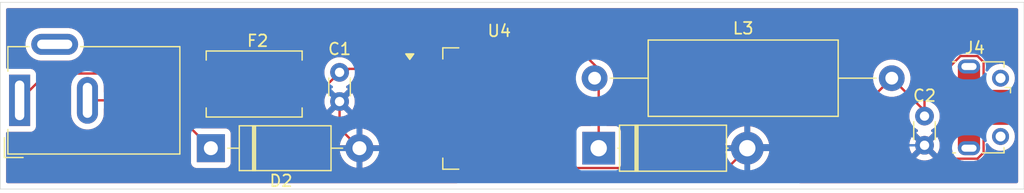
<source format=kicad_pcb>
(kicad_pcb (version 20241229) (generator "pcbnew") (generator_version "9.0")
  (layers (0 "F.Cu" signal) (2 "B.Cu" signal) (13 "F.Paste" user) (15 "B.Paste" user) (5 "F.SilkS" user "F.Silkscreen") (7 "B.SilkS" user "B.Silkscreen") (1 "F.Mask" user) (3 "B.Mask" user) (25 "Edge.Cuts" user))
  (net 0 "")
  (net 1 "GND")
  (net 2 "+12V")
  (net 3 "+5V")
  (net 4 "Net-(D2-K)")
  (net 5 "Net-(F2-Pad2)")
  (net 6 "Net-(IN5826-K)")
  (footprint "Capacitor_THT:C_Disc_D3.0mm_W1.6mm_P2.50mm" (layer "F.Cu") (at 101.5 90.7 -90)
    (property "Reference" "C1" (at -2 0 180) (layer "F.SilkS"))
    (property "Value" "680uf" (hide yes))
    (fp_line (start 0.485 0.92) (end 2.015 0.92) (stroke (width 0.12)) (layer "F.SilkS"))
    (fp_line (start 0.485 -0.92) (end 2.015 -0.92) (stroke (width 0.12)) (layer "F.SilkS"))
    (pad "1" thru_hole circle (at 0 0 270) (size 1.6 1.6) (drill 0.8) (layers "*.Cu" "*.Mask") (net 2 "+12V"))
    (pad "2" thru_hole circle (at 2.5 0 270) (size 1.6 1.6) (drill 0.8) (layers "*.Cu" "*.Mask") (net 1 "GND"))
  )
  (footprint "Package_TO_SOT_SMD:TO-263-5_TabPin3" (layer "F.Cu") (at 115.15 93.8)
    (property "Reference" "U4" (at 0 -6.65 0) (layer "F.SilkS"))
    (property "Value" "LM2596S-5" (hide yes))
    (fp_line (start -4.825 -5.2) (end -4.825 -4.25) (stroke (width 0.12)) (layer "F.SilkS"))
    (fp_line (start -4.825 5.2) (end -4.825 4.25) (stroke (width 0.12)) (layer "F.SilkS"))
    (fp_line (start -3.46 -5.2) (end -4.825 -5.2) (stroke (width 0.12)) (layer "F.SilkS"))
    (fp_line (start -3.46 5.2) (end -4.825 5.2) (stroke (width 0.12)) (layer "F.SilkS"))
    (fp_poly (pts (xy -7.65 -4.21) (xy -7.99 -4.68) (xy -7.31 -4.68)) (stroke (width 0.12)) (fill yes) (layer "F.SilkS"))
    (pad "1" smd roundrect (at -7.65 -3.4) (size 4.6 1.1) (layers "F.Cu" "F.Mask" "F.Paste") (roundrect_rratio 0.227273) (net 2 "+12V"))
    (pad "2" smd roundrect (at -7.65 -1.7) (size 4.6 1.1) (layers "F.Cu" "F.Mask" "F.Paste") (roundrect_rratio 0.227273) (net 6 "Net-(IN5826-K)"))
    (pad "3" smd roundrect (at -7.65 0) (size 4.6 1.1) (layers "F.Cu" "F.Mask" "F.Paste") (roundrect_rratio 0.227273) (net 1 "GND"))
    (pad "3" smd roundrect (at 1.5 0) (size 9.4 10.8) (layers "F.Cu" "F.Mask") (roundrect_rratio 0.026596) (net 1 "GND"))
    (pad "4" smd roundrect (at -7.65 1.7) (size 4.6 1.1) (layers "F.Cu" "F.Mask" "F.Paste") (roundrect_rratio 0.227273) (net 3 "+5V"))
    (pad "5" smd roundrect (at -7.65 3.4) (size 4.6 1.1) (layers "F.Cu" "F.Mask" "F.Paste") (roundrect_rratio 0.227273) (net 1 "GND"))
  )
  (footprint "Diode_THT:D_DO-15_P12.70mm_Horizontal" (layer "F.Cu") (at 90.5 97.2)
    (property "Reference" "D2" (at 6 2.8 0) (layer "F.SilkS"))
    (property "Value" "D_Schottky" (hide yes))
    (fp_line (start 1.44 0) (end 2.43 0) (stroke (width 0.12)) (layer "F.SilkS"))
    (fp_line (start 2.43 -1.92) (end 2.43 1.92) (stroke (width 0.12)) (layer "F.SilkS"))
    (fp_line (start 2.43 1.92) (end 10.27 1.92) (stroke (width 0.12)) (layer "F.SilkS"))
    (fp_line (start 3.57 -1.92) (end 3.57 1.92) (stroke (width 0.12)) (layer "F.SilkS"))
    (fp_line (start 3.69 -1.92) (end 3.69 1.92) (stroke (width 0.12)) (layer "F.SilkS"))
    (fp_line (start 3.81 -1.92) (end 3.81 1.92) (stroke (width 0.12)) (layer "F.SilkS"))
    (fp_line (start 10.27 -1.92) (end 2.43 -1.92) (stroke (width 0.12)) (layer "F.SilkS"))
    (fp_line (start 10.27 1.92) (end 10.27 -1.92) (stroke (width 0.12)) (layer "F.SilkS"))
    (fp_line (start 11.26 0) (end 10.27 0) (stroke (width 0.12)) (layer "F.SilkS"))
    (pad "1" thru_hole rect (at 0 0) (size 2.4 2.4) (drill 1.2) (layers "*.Cu" "*.Mask") (net 4 "Net-(D2-K)"))
    (pad "2" thru_hole oval (at 12.7 0) (size 2.4 2.4) (drill 1.2) (layers "*.Cu" "*.Mask") (net 1 "GND"))
  )
  (footprint "Connector_BarrelJack:BarrelJack_Wuerth_6941xx301002" (layer "F.Cu") (at 74.15 93.1 90)
    (property "Reference" "J3" (hide yes))
    (property "Value" "Barrel_Jack" (hide yes))
    (fp_line (start -3.2 -1.3) (end -4.9 -1.3) (stroke (width 0.12)) (layer "F.SilkS"))
    (fp_line (start -4.9 -1.3) (end -4.9 0.3) (stroke (width 0.12)) (layer "F.SilkS"))
    (fp_line (start 4.6 -1) (end 4.6 0.8) (stroke (width 0.12)) (layer "F.SilkS"))
    (fp_line (start 2.5 -1) (end 4.6 -1) (stroke (width 0.12)) (layer "F.SilkS"))
    (fp_line (start -4.6 -1) (end -2.5 -1) (stroke (width 0.12)) (layer "F.SilkS"))
    (fp_line (start 4.6 5.2) (end 4.6 13.7) (stroke (width 0.12)) (layer "F.SilkS"))
    (fp_line (start 4.6 13.7) (end -4.6 13.7) (stroke (width 0.12)) (layer "F.SilkS"))
    (fp_line (start -4.6 13.7) (end -4.6 -1) (stroke (width 0.12)) (layer "F.SilkS"))
    (pad "1" thru_hole rect (at 0 0 90) (size 4.4 1.8) (drill oval 3.4 0.8) (layers "*.Cu" "*.Mask") (net 5 "Net-(F2-Pad2)"))
    (pad "2" thru_hole oval (at 0 5.8 90) (size 4 1.8) (drill oval 3 0.8) (layers "*.Cu" "*.Mask") (net 4 "Net-(D2-K)"))
    (pad "3" thru_hole oval (at 4.8 3 180) (size 4 1.8) (drill oval 3 0.8) (layers "*.Cu" "*.Mask"))
  )
  (footprint "Fuse:Fuse_Bourns_MF-SM_7.98x5.44mm" (layer "F.Cu") (at 94.2 91.7 180)
    (property "Reference" "F2" (at -0.3 3.7 0) (layer "F.SilkS"))
    (property "Value" "Fuse" (hide yes))
    (fp_line (start 4.1 2.83) (end 4.1 2.05) (stroke (width 0.12)) (layer "F.SilkS"))
    (fp_line (start 4.1 -2.83) (end 4.1 -2.05) (stroke (width 0.12)) (layer "F.SilkS"))
    (fp_line (start -4.1 2.83) (end 4.1 2.83) (stroke (width 0.12)) (layer "F.SilkS"))
    (fp_line (start -4.1 2.83) (end -4.1 2.05) (stroke (width 0.12)) (layer "F.SilkS"))
    (fp_line (start -4.1 -2.83) (end 4.1 -2.83) (stroke (width 0.12)) (layer "F.SilkS"))
    (fp_line (start -4.1 -2.83) (end -4.1 -2.05) (stroke (width 0.12)) (layer "F.SilkS"))
    (pad "1" smd rect (at -3.7 0 180) (size 2.3 3.1) (layers "F.Cu" "F.Mask" "F.Paste") (net 2 "+12V"))
    (pad "2" smd rect (at 3.7 0 180) (size 2.3 3.1) (layers "F.Cu" "F.Mask" "F.Paste") (net 5 "Net-(F2-Pad2)"))
  )
  (footprint "Capacitor_THT:C_Disc_D3.0mm_W1.6mm_P2.50mm" (layer "F.Cu") (at 151.5 94.45 -90)
    (property "Reference" "C2" (at -1.75 0 180) (layer "F.SilkS"))
    (property "Value" "220uf" (hide yes))
    (fp_line (start 0.485 0.92) (end 2.015 0.92) (stroke (width 0.12)) (layer "F.SilkS"))
    (fp_line (start 0.485 -0.92) (end 2.015 -0.92) (stroke (width 0.12)) (layer "F.SilkS"))
    (pad "1" thru_hole circle (at 0 0 270) (size 1.6 1.6) (drill 0.8) (layers "*.Cu" "*.Mask") (net 3 "+5V"))
    (pad "2" thru_hole circle (at 2.5 0 270) (size 1.6 1.6) (drill 0.8) (layers "*.Cu" "*.Mask") (net 1 "GND"))
  )
  (footprint "Diode_THT:D_5W_P12.70mm_Horizontal" (layer "F.Cu") (at 123.65 97.2)
    (property "Reference" "IN5826" (hide yes))
    (property "Value" "D1")
    (fp_line (start 1.64 0) (end 1.78 0) (stroke (width 0.12)) (layer "F.SilkS"))
    (fp_line (start 1.78 -1.97) (end 1.78 1.97) (stroke (width 0.12)) (layer "F.SilkS"))
    (fp_line (start 1.78 1.97) (end 10.92 1.97) (stroke (width 0.12)) (layer "F.SilkS"))
    (fp_line (start 3.115 -1.97) (end 3.115 1.97) (stroke (width 0.12)) (layer "F.SilkS"))
    (fp_line (start 3.235 -1.97) (end 3.235 1.97) (stroke (width 0.12)) (layer "F.SilkS"))
    (fp_line (start 3.355 -1.97) (end 3.355 1.97) (stroke (width 0.12)) (layer "F.SilkS"))
    (fp_line (start 10.92 -1.97) (end 1.78 -1.97) (stroke (width 0.12)) (layer "F.SilkS"))
    (fp_line (start 10.92 1.97) (end 10.92 -1.97) (stroke (width 0.12)) (layer "F.SilkS"))
    (fp_line (start 11.06 0) (end 10.92 0) (stroke (width 0.12)) (layer "F.SilkS"))
    (pad "1" thru_hole rect (at 0 0) (size 2.8 2.8) (drill 1.4) (layers "*.Cu" "*.Mask") (net 6 "Net-(IN5826-K)"))
    (pad "2" thru_hole oval (at 12.7 0) (size 2.8 2.8) (drill 1.4) (layers "*.Cu" "*.Mask") (net 1 "GND"))
  )
  (footprint "Connector_USB:USB_Micro-B_Molex-105017-0001" (layer "F.Cu") (at 156.5375 93.7 -90)
    (property "Reference" "J4" (at -5.1 0.7375 0) (layer "F.SilkS"))
    (property "Value" "USB_B_Micro" (hide yes))
    (fp_line (start -3.9 2.6375) (end -3.9 2.3875) (stroke (width 0.12)) (layer "F.SilkS"))
    (fp_line (start 3.9 2.6375) (end 3.9 2.3875) (stroke (width 0.12)) (layer "F.SilkS"))
    (fp_line (start -3.9 0.0875) (end -3.9 -1.7625) (stroke (width 0.12)) (layer "F.SilkS"))
    (fp_line (start 3.9 0.0875) (end 3.9 -1.7625) (stroke (width 0.12)) (layer "F.SilkS"))
    (fp_line (start -3.9 -1.7625) (end -3.45 -1.7625) (stroke (width 0.12)) (layer "F.SilkS"))
    (fp_line (start 3.9 -1.7625) (end 3.45 -1.7625) (stroke (width 0.12)) (layer "F.SilkS"))
    (fp_line (start -1.7 -2.3125) (end -1.7 -1.8625) (stroke (width 0.12)) (layer "F.SilkS"))
    (fp_line (start -1.7 -2.3125) (end -1.25 -2.3125) (stroke (width 0.12)) (layer "F.SilkS"))
    (pad "1" smd rect (at -1.3 -1.4625 270) (size 0.4 1.35) (layers "F.Cu" "F.Mask" "F.Paste") (net 3 "+5V"))
    (pad "2" smd rect (at -0.65 -1.4625 270) (size 0.4 1.35) (layers "F.Cu" "F.Mask" "F.Paste"))
    (pad "3" smd rect (at 0 -1.4625 270) (size 0.4 1.35) (layers "F.Cu" "F.Mask" "F.Paste"))
    (pad "4" smd rect (at 0.65 -1.4625 270) (size 0.4 1.35) (layers "F.Cu" "F.Mask" "F.Paste"))
    (pad "5" smd rect (at 1.3 -1.4625 270) (size 0.4 1.35) (layers "F.Cu" "F.Mask" "F.Paste") (net 1 "GND"))
    (pad "6" thru_hole oval (at -3.5 1.2375 90) (size 1.2 1.9) (drill oval 0.6 1.3) (property pad_prop_heatsink) (layers "*.Cu" "*.Mask"))
    (pad "6" smd rect (at -2.9 1.2375 270) (size 1.2 1.9) (layers "F.Cu" "F.Mask"))
    (pad "6" thru_hole circle (at -2.5 -1.4625 270) (size 1.45 1.45) (drill 0.85) (property pad_prop_heatsink) (layers "*.Cu" "*.Mask"))
    (pad "6" smd rect (at -1 1.2375 270) (size 1.5 1.9) (layers "F.Cu" "F.Mask" "F.Paste"))
    (pad "6" smd rect (at 1 1.2375 270) (size 1.5 1.9) (layers "F.Cu" "F.Mask" "F.Paste"))
    (pad "6" thru_hole circle (at 2.5 -1.4625 270) (size 1.45 1.45) (drill 0.85) (property pad_prop_heatsink) (layers "*.Cu" "*.Mask"))
    (pad "6" smd rect (at 2.9 1.2375 270) (size 1.2 1.9) (layers "F.Cu" "F.Mask"))
    (pad "6" thru_hole oval (at 3.5 1.2375 270) (size 1.2 1.9) (drill oval 0.6 1.3) (property pad_prop_heatsink) (layers "*.Cu" "*.Mask"))
  )
  (footprint "Inductor_THT:L_Axial_L16.0mm_D6.3mm_P25.40mm_Horizontal_Fastron_VHBCC" (layer "F.Cu") (at 123.3 91.2)
    (property "Reference" "L3" (at 12.7 -4.27 0) (layer "F.SilkS"))
    (property "Value" "33uH" (hide yes))
    (fp_line (start 1.34 0) (end 4.58 0) (stroke (width 0.12)) (layer "F.SilkS"))
    (fp_line (start 4.58 -3.27) (end 4.58 3.27) (stroke (width 0.12)) (layer "F.SilkS"))
    (fp_line (start 4.58 3.27) (end 20.82 3.27) (stroke (width 0.12)) (layer "F.SilkS"))
    (fp_line (start 20.82 -3.27) (end 4.58 -3.27) (stroke (width 0.12)) (layer "F.SilkS"))
    (fp_line (start 20.82 3.27) (end 20.82 -3.27) (stroke (width 0.12)) (layer "F.SilkS"))
    (fp_line (start 24.06 0) (end 20.82 0) (stroke (width 0.12)) (layer "F.SilkS"))
    (pad "1" thru_hole circle (at 0 0) (size 2.2 2.2) (drill 1.1) (layers "*.Cu" "*.Mask") (net 6 "Net-(IN5826-K)"))
    (pad "2" thru_hole circle (at 25.4 0) (size 2.2 2.2) (drill 1.1) (layers "*.Cu" "*.Mask") (net 3 "+5V"))
  )
  (gr_line (start 160 100.7) (end 72.5 100.7) (stroke (width 0.05)) (layer "Edge.Cuts"))
  (gr_line (start 72.5 84.7) (end 72.5 100.7) (stroke (width 0.05)) (layer "Edge.Cuts"))
  (gr_line (start 160 84.7) (end 160 100.7) (stroke (width 0.05)) (layer "Edge.Cuts"))
  (gr_line (start 72.5 84.7) (end 160 84.7) (stroke (width 0.05)) (layer "Edge.Cuts"))
  (segment (start 107.5 93.8) (end 116.65 93.8) (width 0.2) (layer "F.Cu") (net 1))
  (segment (start 156.023206 98.101) (end 152.651 98.101) (width 0.2) (layer "F.Cu") (net 1))
  (segment (start 103.2 97.2) (end 107.5 97.2) (width 0.2) (layer "F.Cu") (net 1))
  (segment (start 105.2 93.8) (end 107.5 93.8) (width 0.2) (layer "F.Cu") (net 1))
  (segment (start 156.551 97.573206) (end 156.023206 98.101) (width 0.2) (layer "F.Cu") (net 1))
  (segment (start 104.899 96.03516) (end 104.899 94.101) (width 0.2) (layer "F.Cu") (net 1))
  (segment (start 156.551 95.7) (end 156.551 97.573206) (width 0.2) (layer "F.Cu") (net 1))
  (segment (start 121.751 98.901) (end 134.649 98.901) (width 0.2) (layer "F.Cu") (net 1))
  (segment (start 116.65 93.8) (end 121.751 98.901) (width 0.2) (layer "F.Cu") (net 1))
  (segment (start 152.651 98.101) (end 151.5 96.95) (width 0.2) (layer "F.Cu") (net 1))
  (segment (start 101.5 93.2) (end 101.5 95.5) (width 0.2) (layer "F.Cu") (net 1))
  (segment (start 157.251 95) (end 156.551 95.7) (width 0.2) (layer "F.Cu") (net 1))
  (segment (start 106.06384 97.2) (end 104.899 96.03516) (width 0.2) (layer "F.Cu") (net 1))
  (segment (start 158 95) (end 157.251 95) (width 0.2) (layer "F.Cu") (net 1))
  (segment (start 104.899 94.101) (end 105.2 93.8) (width 0.2) (layer "F.Cu") (net 1))
  (segment (start 134.649 98.901) (end 136.35 97.2) (width 0.2) (layer "F.Cu") (net 1))
  (segment (start 107.5 97.2) (end 106.06384 97.2) (width 0.2) (layer "F.Cu") (net 1))
  (segment (start 101.5 95.5) (end 103.2 97.2) (width 0.2) (layer "F.Cu") (net 1))
  (segment (start 151.5 96.95) (end 136.6 96.95) (width 0.2) (layer "B.Cu") (net 1))
  (segment (start 136.6 96.95) (end 136.35 97.2) (width 0.2) (layer "B.Cu") (net 1))
  (segment (start 102 90.7) (end 102.3 90.4) (width 0.2) (layer "F.Cu") (net 2))
  (segment (start 97.9 91.7) (end 100.5 91.7) (width 0.2) (layer "F.Cu") (net 2))
  (segment (start 100.5 91.7) (end 101.5 90.7) (width 0.2) (layer "F.Cu") (net 2))
  (segment (start 102.3 90.4) (end 107.5 90.4) (width 0.2) (layer "F.Cu") (net 2))
  (segment (start 101.5 90.7) (end 102 90.7) (width 0.2) (layer "F.Cu") (net 2))
  (segment (start 107.5 95.5) (end 109.8 95.5) (width 0.2) (layer "F.Cu") (net 3))
  (segment (start 156.023206 89.299) (end 156.551 89.826794) (width 0.2) (layer "F.Cu") (net 3))
  (segment (start 111.649 99.18516) (end 111.96484 99.501) (width 0.2) (layer "F.Cu") (net 3))
  (segment (start 151.5 92.375794) (end 154.576794 89.299) (width 0.2) (layer "F.Cu") (net 3))
  (segment (start 151.5 94) (end 151.5 94.45) (width 0.2) (layer "F.Cu") (net 3))
  (segment (start 154.576794 89.299) (end 156.023206 89.299) (width 0.2) (layer "F.Cu") (net 3))
  (segment (start 148.7 91.2) (end 151.5 94) (width 0.2) (layer "F.Cu") (net 3))
  (segment (start 151.5 94.45) (end 151.5 92.375794) (width 0.2) (layer "F.Cu") (net 3))
  (segment (start 111.96484 99.501) (end 140.399 99.501) (width 0.2) (layer "F.Cu") (net 3))
  (segment (start 156.551 92.2) (end 156.751 92.4) (width 0.2) (layer "F.Cu") (net 3))
  (segment (start 109.8 95.5) (end 111.649 97.349) (width 0.2) (layer "F.Cu") (net 3))
  (segment (start 156.551 89.826794) (end 156.551 92.2) (width 0.2) (layer "F.Cu") (net 3))
  (segment (start 111.649 97.349) (end 111.649 99.18516) (width 0.2) (layer "F.Cu") (net 3))
  (segment (start 140.399 99.501) (end 148.7 91.2) (width 0.2) (layer "F.Cu") (net 3))
  (segment (start 156.751 92.4) (end 158 92.4) (width 0.2) (layer "F.Cu") (net 3))
  (segment (start 86.4 93.1) (end 90.5 97.2) (width 0.2) (layer "F.Cu") (net 4))
  (segment (start 79.95 93.1) (end 86.4 93.1) (width 0.2) (layer "F.Cu") (net 4))
  (segment (start 74.15 93.1) (end 76.451 90.799) (width 0.2) (layer "F.Cu") (net 5))
  (segment (start 76.451 90.799) (end 89.599 90.799) (width 0.2) (layer "F.Cu") (net 5))
  (segment (start 89.599 90.799) (end 90.5 91.7) (width 0.2) (layer "F.Cu") (net 5))
  (segment (start 110.35 92.1) (end 110.35 89.71384) (width 0.2) (layer "F.Cu") (net 6))
  (segment (start 111.96484 88.099) (end 121.33516 88.099) (width 0.2) (layer "F.Cu") (net 6))
  (segment (start 121.33516 88.099) (end 123.65 90.41384) (width 0.2) (layer "F.Cu") (net 6))
  (segment (start 107.5 92.1) (end 110.35 92.1) (width 0.2) (layer "F.Cu") (net 6))
  (segment (start 110.35 89.71384) (end 111.96484 88.099) (width 0.2) (layer "F.Cu") (net 6))
  (segment (start 123.65 90.41384) (end 123.65 97.2) (width 0.2) (layer "F.Cu") (net 6))
  (zone (net 1) (net_name "GND") (layers "F.Cu" "B.Cu") (connect_pads (clearance 0.5)) (min_thickness 0.25) (fill yes (thermal_gap 0.5) (thermal_bridge_width 0.5))
    (polygon (pts (xy 72.5 85) (xy 72.5 100.5) (xy 160 100.5) (xy 160 85.5) (xy 159.5 85) (xy 72.5 84.5)))
  )
)
</source>
